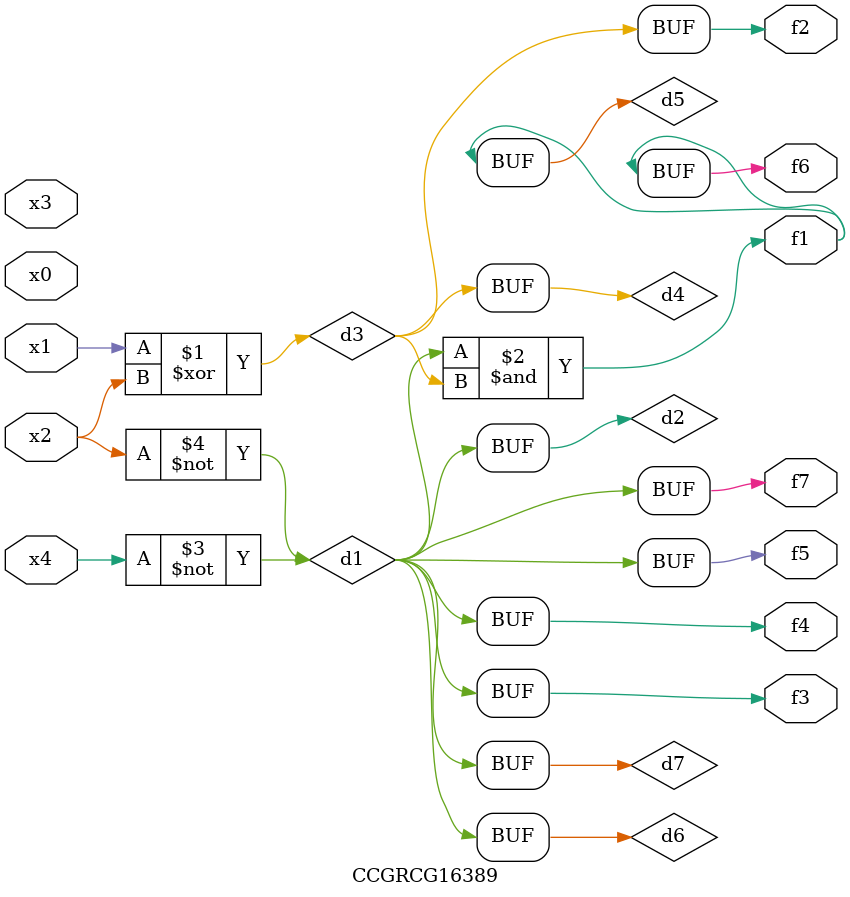
<source format=v>
module CCGRCG16389(
	input x0, x1, x2, x3, x4,
	output f1, f2, f3, f4, f5, f6, f7
);

	wire d1, d2, d3, d4, d5, d6, d7;

	not (d1, x4);
	not (d2, x2);
	xor (d3, x1, x2);
	buf (d4, d3);
	and (d5, d1, d3);
	buf (d6, d1, d2);
	buf (d7, d2);
	assign f1 = d5;
	assign f2 = d4;
	assign f3 = d7;
	assign f4 = d7;
	assign f5 = d7;
	assign f6 = d5;
	assign f7 = d7;
endmodule

</source>
